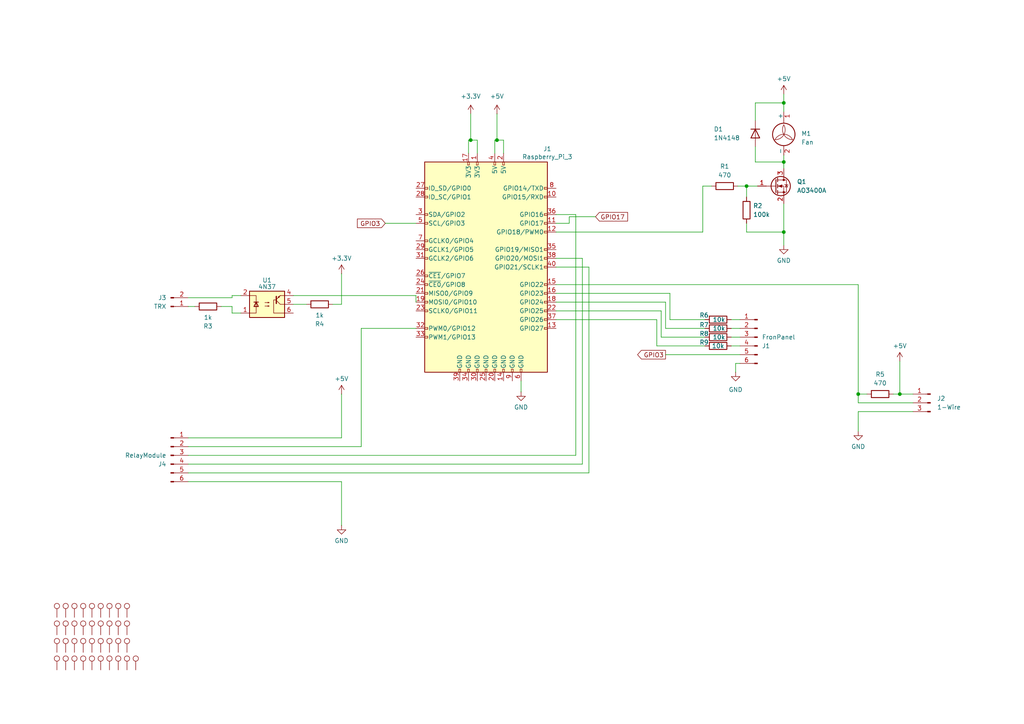
<source format=kicad_sch>
(kicad_sch (version 20231120) (generator "eeschema") (generator_version "8.0")
  (paper "A4")
  (lib_symbols
    (symbol "Connector:Conn_01x02_Pin" (pin_names (offset 1.016) hide)
      (property "Reference" "J" (at 0 2.54 0))
      (property "Value" "Conn_01x02_Pin" (at 0 -5.08 0))
      (symbol "Conn_01x02_Pin_1_1"
        (polyline (pts (xy 1.27 -2.54) (xy 0.8636 -2.54)) (stroke (width 0.1524)))
        (polyline (pts (xy 1.27 0) (xy 0.8636 0)) (stroke (width 0.1524)))
        (rectangle (start 0.8636 -2.413) (end 0 -2.667) (stroke (width 0.1524)) (fill (type outline)))
        (rectangle (start 0.8636 0.127) (end 0 -0.127) (stroke (width 0.1524)) (fill (type outline)))
        (pin passive line (at 5.08 0 180) (length 3.81) (name "Pin_1") (number "1"))
        (pin passive line (at 5.08 -2.54 180) (length 3.81) (name "Pin_2") (number "2"))
      )
    )
    (symbol "Connector:Conn_01x03_Pin" (pin_names (offset 1.016) hide)
      (property "Reference" "J" (at 0 5.08 0))
      (property "Value" "Conn_01x03_Pin" (at 0 -5.08 0))
      (symbol "Conn_01x03_Pin_1_1"
        (polyline (pts (xy 1.27 -2.54) (xy 0.8636 -2.54)) (stroke (width 0.1524)))
        (polyline (pts (xy 1.27 0) (xy 0.8636 0)) (stroke (width 0.1524)))
        (polyline (pts (xy 1.27 2.54) (xy 0.8636 2.54)) (stroke (width 0.1524)))
        (rectangle (start 0.8636 -2.413) (end 0 -2.667) (stroke (width 0.1524)) (fill (type outline)))
        (rectangle (start 0.8636 0.127) (end 0 -0.127) (stroke (width 0.1524)) (fill (type outline)))
        (rectangle (start 0.8636 2.667) (end 0 2.413) (stroke (width 0.1524)) (fill (type outline)))
        (pin passive line (at 5.08 2.54 180) (length 3.81) (name "Pin_1") (number "1"))
        (pin passive line (at 5.08 0 180) (length 3.81) (name "Pin_2") (number "2"))
        (pin passive line (at 5.08 -2.54 180) (length 3.81) (name "Pin_3") (number "3"))
      )
    )
    (symbol "Connector:Conn_01x06_Pin" (pin_names (offset 1.016) hide)
      (property "Reference" "J" (at 0 7.62 0))
      (property "Value" "Conn_01x06_Pin" (at 0 -10.16 0))
      (symbol "Conn_01x06_Pin_1_1"
        (polyline (pts (xy 1.27 -7.62) (xy 0.8636 -7.62)) (stroke (width 0.1524)))
        (polyline (pts (xy 1.27 -5.08) (xy 0.8636 -5.08)) (stroke (width 0.1524)))
        (polyline (pts (xy 1.27 -2.54) (xy 0.8636 -2.54)) (stroke (width 0.1524)))
        (polyline (pts (xy 1.27 0) (xy 0.8636 0)) (stroke (width 0.1524)))
        (polyline (pts (xy 1.27 2.54) (xy 0.8636 2.54)) (stroke (width 0.1524)))
        (polyline (pts (xy 1.27 5.08) (xy 0.8636 5.08)) (stroke (width 0.1524)))
        (rectangle (start 0.8636 -7.493) (end 0 -7.747) (stroke (width 0.1524)) (fill (type outline)))
        (rectangle (start 0.8636 -4.953) (end 0 -5.207) (stroke (width 0.1524)) (fill (type outline)))
        (rectangle (start 0.8636 -2.413) (end 0 -2.667) (stroke (width 0.1524)) (fill (type outline)))
        (rectangle (start 0.8636 0.127) (end 0 -0.127) (stroke (width 0.1524)) (fill (type outline)))
        (rectangle (start 0.8636 2.667) (end 0 2.413) (stroke (width 0.1524)) (fill (type outline)))
        (rectangle (start 0.8636 5.207) (end 0 4.953) (stroke (width 0.1524)) (fill (type outline)))
        (pin passive line (at 5.08 5.08 180) (length 3.81) (name "Pin_1") (number "1"))
        (pin passive line (at 5.08 2.54 180) (length 3.81) (name "Pin_2") (number "2"))
        (pin passive line (at 5.08 0 180) (length 3.81) (name "Pin_3") (number "3"))
        (pin passive line (at 5.08 -2.54 180) (length 3.81) (name "Pin_4") (number "4"))
        (pin passive line (at 5.08 -5.08 180) (length 3.81) (name "Pin_5") (number "5"))
        (pin passive line (at 5.08 -7.62 180) (length 3.81) (name "Pin_6") (number "6"))
      )
    )
    (symbol "Connector:TestPoint" (pin_numbers hide) (pin_names (offset 0.762) hide)
      (property "Reference" "TP" (at 0 6.858 0))
      (property "Value" "TestPoint" (at 0 5.08 0))
      (symbol "TestPoint_0_1"
        (circle (center 0 3.302) (radius 0.762))
      )
      (symbol "TestPoint_1_1"
        (pin passive line (at 0 0 90) (length 2.54) (name "1") (number "1"))
      )
    )
    (symbol "Device:R" (pin_numbers hide) (pin_names (offset 0))
      (property "Reference" "R" (at 2.032 0 90))
      (property "Value" "R" (at 0 0 90))
      (symbol "R_0_1"
        (rectangle (start -1.016 -2.54) (end 1.016 2.54) (stroke (width 0.254)))
      )
      (symbol "R_1_1"
        (pin passive line (at 0 3.81 270) (length 1.27) (name "~") (number "1"))
        (pin passive line (at 0 -3.81 90) (length 1.27) (name "~") (number "2"))
      )
    )
    (symbol "Diode:1N4148W" (pin_numbers hide) (pin_names hide)
      (property "Reference" "D" (at 0 2.54 0))
      (property "Value" "1N4148W" (at 0 -2.54 0))
      (symbol "1N4148W_0_1"
        (polyline (pts (xy -1.27 1.27) (xy -1.27 -1.27)) (stroke (width 0.254)))
        (polyline (pts (xy 1.27 0) (xy -1.27 0)))
        (polyline (pts (xy 1.27 1.27) (xy 1.27 -1.27) (xy -1.27 0) (xy 1.27 1.27)) (stroke (width 0.254)))
      )
      (symbol "1N4148W_1_1"
        (pin passive line (at -3.81 0 0) (length 2.54) (name "K") (number "1"))
        (pin passive line (at 3.81 0 180) (length 2.54) (name "A") (number "2"))
      )
    )
    (symbol "Isolator:4N37" (pin_names (offset 1.016))
      (property "Reference" "U" (at -5.08 5.08 0))
      (property "Value" "4N37" (at 0 5.08 0))
      (symbol "4N37_0_1"
        (rectangle (start -5.08 3.81) (end 5.08 -3.81) (stroke (width 0.254)) (fill (type background)))
        (polyline (pts (xy -3.81 -0.635) (xy -2.54 -0.635)) (stroke (width 0.254)))
        (polyline (pts (xy 2.667 -1.397) (xy 3.81 -2.54)))
        (polyline (pts (xy 2.667 -1.143) (xy 3.81 0)))
        (polyline (pts (xy 3.81 -2.54) (xy 5.08 -2.54)))
        (polyline (pts (xy 3.81 0) (xy 5.08 0)))
        (polyline (pts (xy 2.667 -0.254) (xy 2.667 -2.286) (xy 2.667 -2.286)) (stroke (width 0.3556)))
        (polyline (pts (xy -5.08 -2.54) (xy -3.175 -2.54) (xy -3.175 2.54) (xy -5.08 2.54)))
        (polyline (pts (xy -3.175 -0.635) (xy -3.81 0.635) (xy -2.54 0.635) (xy -3.175 -0.635)) (stroke (width 0.254)))
        (polyline (pts (xy 3.683 -2.413) (xy 3.429 -1.905) (xy 3.175 -2.159) (xy 3.683 -2.413)))
        (polyline (pts (xy 5.08 2.54) (xy 1.905 2.54) (xy 1.905 -1.27) (xy 2.54 -1.27)))
        (polyline (pts (xy -0.635 -0.508) (xy 0.635 -0.508) (xy 0.254 -0.635) (xy 0.254 -0.381) (xy 0.635 -0.508)))
        (polyline (pts (xy -0.635 0.508) (xy 0.635 0.508) (xy 0.254 0.381) (xy 0.254 0.635) (xy 0.635 0.508)))
      )
      (symbol "4N37_1_1"
        (pin passive line (at -7.62 2.54 0) (length 2.54) (name "~") (number "1"))
        (pin passive line (at -7.62 -2.54 0) (length 2.54) (name "~") (number "2"))
        (pin no_connect line (at -5.08 0 0) (length 2.54) hide (name "NC") (number "3"))
        (pin passive line (at 7.62 -2.54 180) (length 2.54) (name "~") (number "4"))
        (pin passive line (at 7.62 0 180) (length 2.54) (name "~") (number "5"))
        (pin passive line (at 7.62 2.54 180) (length 2.54) (name "~") (number "6"))
      )
    )
    (symbol "Motor:Fan" (pin_names (offset 0))
      (property "Reference" "M" (at 2.54 5.08 0))
      (property "Value" "Fan" (at 2.54 -2.54 0))
      (symbol "Fan_0_1"
        (arc (start -2.54 -0.508) (mid 0.0028 0.9121) (end 0 3.81))
        (polyline (pts (xy 0 -5.08) (xy 0 -4.572)))
        (polyline (pts (xy 0 -2.2352) (xy 0 -2.6416)))
        (polyline (pts (xy 0 4.2672) (xy 0 4.6228)))
        (polyline (pts (xy 0 4.572) (xy 0 5.08)))
        (circle (center 0 1.016) (radius 3.2512) (stroke (width 0.254)))
        (arc (start 0 3.81) (mid 0.053 0.921) (end 2.54 -0.508))
        (arc (start 2.54 -0.508) (mid 0 1.0618) (end -2.54 -0.508))
      )
      (symbol "Fan_1_1"
        (pin passive line (at 0 7.62 270) (length 2.54) (name "+") (number "1"))
        (pin passive line (at 0 -5.08 90) (length 2.54) (name "-") (number "2"))
      )
    )
    (symbol "Transistor_FET:AO3400A" (pin_names hide)
      (property "Reference" "Q" (at 5.08 1.905 0))
      (property "Value" "AO3400A" (at 5.08 0 0))
      (symbol "AO3400A_0_1"
        (polyline (pts (xy 0.254 0) (xy -2.54 0)))
        (polyline (pts (xy 0.254 1.905) (xy 0.254 -1.905)) (stroke (width 0.254)))
        (polyline (pts (xy 0.762 -1.27) (xy 0.762 -2.286)) (stroke (width 0.254)))
        (polyline (pts (xy 0.762 0.508) (xy 0.762 -0.508)) (stroke (width 0.254)))
        (polyline (pts (xy 0.762 2.286) (xy 0.762 1.27)) (stroke (width 0.254)))
        (polyline (pts (xy 2.54 2.54) (xy 2.54 1.778)))
        (polyline (pts (xy 2.54 -2.54) (xy 2.54 0) (xy 0.762 0)))
        (polyline (pts (xy 0.762 -1.778) (xy 3.302 -1.778) (xy 3.302 1.778) (xy 0.762 1.778)))
        (polyline (pts (xy 1.016 0) (xy 2.032 0.381) (xy 2.032 -0.381) (xy 1.016 0)) (fill (type outline)))
        (polyline (pts (xy 2.794 0.508) (xy 2.921 0.381) (xy 3.683 0.381) (xy 3.81 0.254)))
        (polyline (pts (xy 3.302 0.381) (xy 2.921 -0.254) (xy 3.683 -0.254) (xy 3.302 0.381)))
        (circle (center 1.651 0) (radius 2.794) (stroke (width 0.254)))
        (circle (center 2.54 -1.778) (radius 0.254) (fill (type outline)))
        (circle (center 2.54 1.778) (radius 0.254) (fill (type outline)))
      )
      (symbol "AO3400A_1_1"
        (pin input line (at -5.08 0 0) (length 2.54) (name "G") (number "1"))
        (pin passive line (at 2.54 -5.08 90) (length 2.54) (name "S") (number "2"))
        (pin passive line (at 2.54 5.08 270) (length 2.54) (name "D") (number "3"))
      )
    )
    (symbol "pihat-rescue:Raspberry_Pi_2_3-Connector" (pin_names (offset 1.016))
      (property "Reference" "J" (at -17.78 31.75 0))
      (property "Value" "Connector_Raspberry_Pi_2_3" (at 10.16 -31.75 0))
      (symbol "Raspberry_Pi_2_3-Connector_0_1"
        (rectangle (start -17.78 30.48) (end 17.78 -30.48) (stroke (width 0.254)) (fill (type background)))
      )
      (symbol "Raspberry_Pi_2_3-Connector_1_1"
        (rectangle (start -16.891 -17.526) (end -17.78 -18.034))
        (rectangle (start -16.891 -14.986) (end -17.78 -15.494))
        (rectangle (start -16.891 -12.446) (end -17.78 -12.954))
        (rectangle (start -16.891 -9.906) (end -17.78 -10.414))
        (rectangle (start -16.891 -7.366) (end -17.78 -7.874))
        (rectangle (start -16.891 -4.826) (end -17.78 -5.334))
        (rectangle (start -16.891 0.254) (end -17.78 -0.254))
        (rectangle (start -16.891 2.794) (end -17.78 2.286))
        (rectangle (start -16.891 5.334) (end -17.78 4.826))
        (rectangle (start -16.891 10.414) (end -17.78 9.906))
        (rectangle (start -16.891 12.954) (end -17.78 12.446))
        (rectangle (start -16.891 15.494) (end -17.78 14.986))
        (rectangle (start -16.891 20.574) (end -17.78 20.066))
        (rectangle (start -16.891 23.114) (end -17.78 22.606))
        (rectangle (start -10.414 -29.591) (end -9.906 -30.48))
        (rectangle (start -7.874 -29.591) (end -7.366 -30.48))
        (rectangle (start -5.334 -29.591) (end -4.826 -30.48))
        (rectangle (start -5.334 30.48) (end -4.826 29.591))
        (rectangle (start -2.794 -29.591) (end -2.286 -30.48))
        (rectangle (start -2.794 30.48) (end -2.286 29.591))
        (rectangle (start -0.254 -29.591) (end 0.254 -30.48))
        (rectangle (start 2.286 -29.591) (end 2.794 -30.48))
        (rectangle (start 2.286 30.48) (end 2.794 29.591))
        (rectangle (start 4.826 -29.591) (end 5.334 -30.48))
        (rectangle (start 4.826 30.48) (end 5.334 29.591))
        (rectangle (start 7.366 -29.591) (end 7.874 -30.48))
        (rectangle (start 17.78 -20.066) (end 16.891 -20.574))
        (rectangle (start 17.78 -17.526) (end 16.891 -18.034))
        (rectangle (start 17.78 -12.446) (end 16.891 -12.954))
        (rectangle (start 17.78 -9.906) (end 16.891 -10.414))
        (rectangle (start 17.78 -7.366) (end 16.891 -7.874))
        (rectangle (start 17.78 -4.826) (end 16.891 -5.334))
        (rectangle (start 17.78 -2.286) (end 16.891 -2.794))
        (rectangle (start 17.78 2.794) (end 16.891 2.286))
        (rectangle (start 17.78 5.334) (end 16.891 4.826))
        (rectangle (start 17.78 7.874) (end 16.891 7.366))
        (rectangle (start 17.78 12.954) (end 16.891 12.446))
        (rectangle (start 17.78 15.494) (end 16.891 14.986))
        (rectangle (start 17.78 20.574) (end 16.891 20.066))
        (rectangle (start 17.78 23.114) (end 16.891 22.606))
        (pin power_in line (at 2.54 33.02 270) (length 2.54) (name "3V3") (number "1"))
        (pin bidirectional line (at -20.32 20.32 0) (length 2.54) (name "GPIO15/RXD") (number "10"))
        (pin bidirectional line (at -20.32 12.7 0) (length 2.54) (name "GPIO17") (number "11"))
        (pin bidirectional line (at -20.32 10.16 0) (length 2.54) (name "GPIO18/PWM0") (number "12"))
        (pin bidirectional line (at -20.32 -17.78 0) (length 2.54) (name "GPIO27") (number "13"))
        (pin power_in line (at -5.08 -33.02 90) (length 2.54) (name "GND") (number "14"))
        (pin bidirectional line (at -20.32 -5.08 0) (length 2.54) (name "GPIO22") (number "15"))
        (pin bidirectional line (at -20.32 -7.62 0) (length 2.54) (name "GPIO23") (number "16"))
        (pin power_in line (at 5.08 33.02 270) (length 2.54) (name "3V3") (number "17"))
        (pin bidirectional line (at -20.32 -10.16 0) (length 2.54) (name "GPIO24") (number "18"))
        (pin bidirectional line (at 20.32 -10.16 180) (length 2.54) (name "MOSI0/GPIO10") (number "19"))
        (pin power_in line (at -5.08 33.02 270) (length 2.54) (name "5V") (number "2"))
        (pin power_in line (at -2.54 -33.02 90) (length 2.54) (name "GND") (number "20"))
        (pin bidirectional line (at 20.32 -7.62 180) (length 2.54) (name "MISO0/GPIO9") (number "21"))
        (pin bidirectional line (at -20.32 -12.7 0) (length 2.54) (name "GPIO25") (number "22"))
        (pin bidirectional line (at 20.32 -12.7 180) (length 2.54) (name "SCLK0/GPIO11") (number "23"))
        (pin bidirectional line (at 20.32 -5.08 180) (length 2.54) (name "~{CE0}/GPIO8") (number "24"))
        (pin power_in line (at 0 -33.02 90) (length 2.54) (name "GND") (number "25"))
        (pin bidirectional line (at 20.32 -2.54 180) (length 2.54) (name "~{CE1}/GPIO7") (number "26"))
        (pin bidirectional line (at 20.32 22.86 180) (length 2.54) (name "ID_SD/GPIO0") (number "27"))
        (pin bidirectional line (at 20.32 20.32 180) (length 2.54) (name "ID_SC/GPIO1") (number "28"))
        (pin bidirectional line (at 20.32 5.08 180) (length 2.54) (name "GCLK1/GPIO5") (number "29"))
        (pin bidirectional line (at 20.32 15.24 180) (length 2.54) (name "SDA/GPIO2") (number "3"))
        (pin power_in line (at 2.54 -33.02 90) (length 2.54) (name "GND") (number "30"))
        (pin bidirectional line (at 20.32 2.54 180) (length 2.54) (name "GCLK2/GPIO6") (number "31"))
        (pin bidirectional line (at 20.32 -17.78 180) (length 2.54) (name "PWM0/GPIO12") (number "32"))
        (pin bidirectional line (at 20.32 -20.32 180) (length 2.54) (name "PWM1/GPIO13") (number "33"))
        (pin power_in line (at 5.08 -33.02 90) (length 2.54) (name "GND") (number "34"))
        (pin bidirectional line (at -20.32 5.08 0) (length 2.54) (name "GPIO19/MISO1") (number "35"))
        (pin bidirectional line (at -20.32 15.24 0) (length 2.54) (name "GPIO16") (number "36"))
        (pin bidirectional line (at -20.32 -15.24 0) (length 2.54) (name "GPIO26") (number "37"))
        (pin bidirectional line (at -20.32 2.54 0) (length 2.54) (name "GPIO20/MOSI1") (number "38"))
        (pin power_in line (at 7.62 -33.02 90) (length 2.54) (name "GND") (number "39"))
        (pin power_in line (at -2.54 33.02 270) (length 2.54) (name "5V") (number "4"))
        (pin bidirectional line (at -20.32 0 0) (length 2.54) (name "GPIO21/SCLK1") (number "40"))
        (pin bidirectional line (at 20.32 12.7 180) (length 2.54) (name "SCL/GPIO3") (number "5"))
        (pin power_in line (at -10.16 -33.02 90) (length 2.54) (name "GND") (number "6"))
        (pin bidirectional line (at 20.32 7.62 180) (length 2.54) (name "GCLK0/GPIO4") (number "7"))
        (pin bidirectional line (at -20.32 22.86 0) (length 2.54) (name "GPIO14/TXD") (number "8"))
        (pin power_in line (at -7.62 -33.02 90) (length 2.54) (name "GND") (number "9"))
      )
    )
    (symbol "power:+3.3V" (power) (pin_numbers hide) (pin_names (offset 0) hide)
      (property "Value" "+3.3V" (at 0 3.556 0))
      (symbol "+3.3V_0_1"
        (polyline (pts (xy -0.762 1.27) (xy 0 2.54)))
        (polyline (pts (xy 0 0) (xy 0 2.54)))
        (polyline (pts (xy 0 2.54) (xy 0.762 1.27)))
      )
      (symbol "+3.3V_1_1"
        (pin power_in line (at 0 0 90) (length 0) (name "~") (number "1"))
      )
    )
    (symbol "power:+5V" (power) (pin_numbers hide) (pin_names (offset 0) hide)
      (property "Value" "+5V" (at 0 3.556 0))
      (symbol "+5V_0_1"
        (polyline (pts (xy -0.762 1.27) (xy 0 2.54)))
        (polyline (pts (xy 0 0) (xy 0 2.54)))
        (polyline (pts (xy 0 2.54) (xy 0.762 1.27)))
      )
      (symbol "+5V_1_1"
        (pin power_in line (at 0 0 90) (length 0) (name "~") (number "1"))
      )
    )
    (symbol "power:GND" (power) (pin_numbers hide) (pin_names (offset 0) hide)
      (property "Value" "GND" (at 0 -3.81 0))
      (symbol "GND_0_1"
        (polyline (pts (xy 0 0) (xy 0 -1.27) (xy 1.27 -1.27) (xy 0 -2.54) (xy -1.27 -1.27) (xy 0 -1.27)))
      )
      (symbol "GND_1_1"
        (pin power_in line (at 0 0 270) (length 0) (name "~") (number "1"))
      )
    )
  )
  (junction (at 248.92 114.3))
  (junction (at 260.985 114.3))
  (junction (at 227.33 29.845))
  (junction (at 227.33 67.31))
  (junction (at 227.33 46.99))
  (junction (at 144.145 40.64))
  (junction (at 136.525 40.64))
  (junction (at 216.535 53.975))
  (wire (pts (xy 111.76 64.77) (xy 120.65 64.77)))
  (wire (pts (xy 168.91 74.93) (xy 161.29 74.93)))
  (wire (pts (xy 213.36 105.41) (xy 213.36 107.95)))
  (wire (pts (xy 135.89 40.64) (xy 136.525 40.64)))
  (wire (pts (xy 227.33 59.055) (xy 227.33 67.31)))
  (wire (pts (xy 213.995 53.975) (xy 216.535 53.975)))
  (wire (pts (xy 212.09 100.33) (xy 214.63 100.33)))
  (wire (pts (xy 216.535 57.15) (xy 216.535 53.975)))
  (wire (pts (xy 161.29 92.71) (xy 190.5 92.71)))
  (wire (pts (xy 54.61 137.16) (xy 170.815 137.16)))
  (wire (pts (xy 54.61 134.62) (xy 168.91 134.62)))
  (wire (pts (xy 227.33 27.305) (xy 227.33 29.845)))
  (wire (pts (xy 67.31 85.725) (xy 67.31 86.36)))
  (wire (pts (xy 161.29 62.23) (xy 167.005 62.23)))
  (wire (pts (xy 99.06 88.265) (xy 99.06 79.375)))
  (wire (pts (xy 161.29 82.55) (xy 248.92 82.55)))
  (wire (pts (xy 191.77 90.17) (xy 191.77 97.79)))
  (wire (pts (xy 216.535 67.31) (xy 227.33 67.31)))
  (wire (pts (xy 144.145 40.64) (xy 146.05 40.64)))
  (wire (pts (xy 248.92 114.3) (xy 251.46 114.3)))
  (wire (pts (xy 168.91 134.62) (xy 168.91 74.93)))
  (wire (pts (xy 161.29 90.17) (xy 191.77 90.17)))
  (wire (pts (xy 136.525 33.02) (xy 136.525 40.64)))
  (wire (pts (xy 248.92 116.84) (xy 264.795 116.84)))
  (wire (pts (xy 69.85 85.725) (xy 67.31 85.725)))
  (wire (pts (xy 219.075 29.845) (xy 219.075 34.925)))
  (wire (pts (xy 248.92 114.3) (xy 248.92 116.84)))
  (wire (pts (xy 212.09 97.79) (xy 214.63 97.79)))
  (wire (pts (xy 120.65 87.63) (xy 120.65 85.725)))
  (wire (pts (xy 227.33 45.085) (xy 227.33 46.99)))
  (wire (pts (xy 212.09 92.71) (xy 214.63 92.71)))
  (wire (pts (xy 99.06 114.3) (xy 99.06 127)))
  (wire (pts (xy 144.145 33.02) (xy 144.145 40.64)))
  (wire (pts (xy 161.29 87.63) (xy 193.04 87.63)))
  (wire (pts (xy 161.29 85.09) (xy 194.31 85.09)))
  (wire (pts (xy 54.61 129.54) (xy 104.775 129.54)))
  (wire (pts (xy 216.535 53.975) (xy 219.71 53.975)))
  (wire (pts (xy 248.92 119.38) (xy 248.92 125.095)))
  (wire (pts (xy 143.51 40.64) (xy 143.51 44.45)))
  (wire (pts (xy 203.835 53.975) (xy 206.375 53.975)))
  (wire (pts (xy 227.33 46.99) (xy 227.33 48.895)))
  (wire (pts (xy 193.04 95.25) (xy 204.47 95.25)))
  (wire (pts (xy 104.775 95.25) (xy 104.775 129.54)))
  (wire (pts (xy 96.52 88.265) (xy 99.06 88.265)))
  (wire (pts (xy 194.31 92.71) (xy 204.47 92.71)))
  (wire (pts (xy 120.65 95.25) (xy 104.775 95.25)))
  (wire (pts (xy 54.61 139.7) (xy 99.06 139.7)))
  (wire (pts (xy 227.33 29.845) (xy 227.33 32.385)))
  (wire (pts (xy 136.525 40.64) (xy 138.43 40.64)))
  (wire (pts (xy 259.08 114.3) (xy 260.985 114.3)))
  (wire (pts (xy 138.43 40.64) (xy 138.43 44.45)))
  (wire (pts (xy 260.985 114.3) (xy 260.985 104.775)))
  (wire (pts (xy 54.61 132.08) (xy 167.005 132.08)))
  (wire (pts (xy 67.31 90.805) (xy 69.85 90.805)))
  (wire (pts (xy 227.33 29.845) (xy 219.075 29.845)))
  (wire (pts (xy 212.09 95.25) (xy 214.63 95.25)))
  (wire (pts (xy 190.5 92.71) (xy 190.5 100.33)))
  (wire (pts (xy 191.77 97.79) (xy 204.47 97.79)))
  (wire (pts (xy 193.04 102.87) (xy 214.63 102.87)))
  (wire (pts (xy 203.835 67.31) (xy 161.29 67.31)))
  (wire (pts (xy 264.795 119.38) (xy 248.92 119.38)))
  (wire (pts (xy 135.89 40.64) (xy 135.89 44.45)))
  (wire (pts (xy 151.13 110.49) (xy 151.13 113.665)))
  (wire (pts (xy 120.65 85.725) (xy 85.09 85.725)))
  (wire (pts (xy 161.29 64.77) (xy 165.1 64.77)))
  (wire (pts (xy 161.29 77.47) (xy 170.815 77.47)))
  (wire (pts (xy 214.63 105.41) (xy 213.36 105.41)))
  (wire (pts (xy 143.51 40.64) (xy 144.145 40.64)))
  (wire (pts (xy 264.795 114.3) (xy 260.985 114.3)))
  (wire (pts (xy 54.61 127) (xy 99.06 127)))
  (wire (pts (xy 248.92 82.55) (xy 248.92 114.3)))
  (wire (pts (xy 203.835 53.975) (xy 203.835 67.31)))
  (wire (pts (xy 227.33 67.31) (xy 227.33 71.12)))
  (wire (pts (xy 170.815 77.47) (xy 170.815 137.16)))
  (wire (pts (xy 190.5 100.33) (xy 204.47 100.33)))
  (wire (pts (xy 193.04 87.63) (xy 193.04 95.25)))
  (wire (pts (xy 194.31 85.09) (xy 194.31 92.71)))
  (wire (pts (xy 216.535 64.77) (xy 216.535 67.31)))
  (wire (pts (xy 64.135 88.9) (xy 67.31 88.9)))
  (wire (pts (xy 167.005 62.23) (xy 167.005 132.08)))
  (wire (pts (xy 227.33 46.99) (xy 219.075 46.99)))
  (wire (pts (xy 99.06 139.7) (xy 99.06 152.4)))
  (wire (pts (xy 219.075 46.99) (xy 219.075 42.545)))
  (wire (pts (xy 146.05 40.64) (xy 146.05 44.45)))
  (wire (pts (xy 54.61 86.36) (xy 67.31 86.36)))
  (wire (pts (xy 67.31 88.9) (xy 67.31 90.805)))
  (wire (pts (xy 85.09 88.265) (xy 88.9 88.265)))
  (wire (pts (xy 165.1 62.865) (xy 172.72 62.865)))
  (wire (pts (xy 165.1 64.77) (xy 165.1 62.865)))
  (wire (pts (xy 54.61 88.9) (xy 56.515 88.9)))
  (global_label "GPIO3" (shape input) (at 111.76 64.77 180) (property "Intersheetrefs" "${INTERSHEET_REFS}" (effects (hide yes))))
  (global_label "GPIO17" (shape input) (at 172.72 62.865 0) (property "Intersheetrefs" "${INTERSHEET_REFS}" (effects (hide yes))))
  (global_label "GPIO3" (shape output) (at 193.04 102.87 180) (property "Intersheetrefs" "${INTERSHEET_REFS}" (effects (hide yes))))
  (symbol (lib_id "pihat-rescue:Raspberry_Pi_2_3-Connector") (at 140.97 77.47 0) (mirror y) (unit 1)
    (property "Reference" "J1" (at 158.75 43.18 0))
    (property "Value" "Raspberry_Pi_3" (at 158.75 45.4914 0))
    (property "Footprint" "pihat:ESQ-120-14-T-D" (effects (hide yes)))
    (property "Datasheet" "https://www.raspberrypi.org/documentation/hardware/raspberrypi/schematics/rpi_SCH_3bplus_1p0_reduced.pdf" (effects (hide yes)))
  )
  (symbol (lib_id "Connector:TestPoint") (at 36.83 179.07 0) (unit 1)
    (property "Reference" "TP33" (effects (hide yes)))
    (property "Value" "TestPoint" (effects (hide yes)))
    (property "Footprint" "TestPoint:TestPoint_THTPad_D2.0mm_Drill1.0mm" (effects (hide yes)))
    (property "Description" "test point" (effects (hide yes)))
  )
  (symbol (lib_id "Connector:TestPoint") (at 39.37 194.31 0) (unit 1)
    (property "Reference" "TP18" (effects (hide yes)))
    (property "Value" "TestPoint" (effects (hide yes)))
    (property "Footprint" "TestPoint:TestPoint_THTPad_D2.0mm_Drill1.0mm" (effects (hide yes)))
    (property "Description" "test point" (effects (hide yes)))
  )
  (symbol (lib_id "Device:R") (at 208.28 97.79 270) (mirror x) (unit 1)
    (property "Reference" "R8" (at 204.216 96.774 90))
    (property "Value" "10k" (at 208.534 97.79 90))
    (property "Footprint" "Resistor_SMD:R_0805_2012Metric_Pad1.20x1.40mm_HandSolder" (effects (hide yes)))
    (property "Description" "Resistor" (effects (hide yes)))
  )
  (symbol (lib_id "Connector:TestPoint") (at 31.75 179.07 0) (unit 1)
    (property "Reference" "TP31" (effects (hide yes)))
    (property "Value" "TestPoint" (effects (hide yes)))
    (property "Footprint" "TestPoint:TestPoint_THTPad_D2.0mm_Drill1.0mm" (effects (hide yes)))
    (property "Description" "test point" (effects (hide yes)))
  )
  (symbol (lib_id "Connector:TestPoint") (at 34.29 194.31 0) (unit 1)
    (property "Reference" "TP16" (effects (hide yes)))
    (property "Value" "TestPoint" (effects (hide yes)))
    (property "Footprint" "TestPoint:TestPoint_THTPad_D2.0mm_Drill1.0mm" (effects (hide yes)))
    (property "Description" "test point" (effects (hide yes)))
  )
  (symbol (lib_id "Connector:TestPoint") (at 21.59 189.23 0) (unit 1)
    (property "Reference" "TP13" (effects (hide yes)))
    (property "Value" "TestPoint" (effects (hide yes)))
    (property "Footprint" "TestPoint:TestPoint_THTPad_D2.0mm_Drill1.0mm" (effects (hide yes)))
    (property "Description" "test point" (effects (hide yes)))
  )
  (symbol (lib_id "Connector:Conn_01x02_Pin") (at 49.53 88.9 0) (mirror x) (unit 1)
    (property "Reference" "J3" (at 48.26 86.3599 0) (effects (justify right)))
    (property "Value" "TRX" (at 48.26 88.8999 0) (effects (justify right)))
    (property "Footprint" "Connector_PinHeader_2.54mm:PinHeader_1x02_P2.54mm_Horizontal" (effects (hide yes)))
    (property "Description" "Generic connector, single row, 01x02, script generated" (effects (hide yes)))
  )
  (symbol (lib_id "power:GND") (at 151.13 113.665 0) (unit 1)
    (property "Reference" "#PWR06" (effects (hide yes)))
    (property "Value" "GND" (at 151.13 118.11 0))
    (property "Description" "Power symbol creates a global label with name \"GND\" , ground" (effects (hide yes)))
  )
  (symbol (lib_id "Connector:TestPoint") (at 16.51 189.23 0) (unit 1)
    (property "Reference" "TP36" (effects (hide yes)))
    (property "Value" "TestPoint" (effects (hide yes)))
    (property "Footprint" "TestPoint:TestPoint_THTPad_D2.0mm_Drill1.0mm" (effects (hide yes)))
    (property "Description" "test point" (effects (hide yes)))
  )
  (symbol (lib_id "Connector:TestPoint") (at 24.13 194.31 0) (unit 1)
    (property "Reference" "TP24" (effects (hide yes)))
    (property "Value" "TestPoint" (effects (hide yes)))
    (property "Footprint" "TestPoint:TestPoint_THTPad_D2.0mm_Drill1.0mm" (effects (hide yes)))
    (property "Description" "test point" (effects (hide yes)))
  )
  (symbol (lib_id "power:+5V") (at 260.985 104.775 0) (unit 1)
    (property "Reference" "#PWR08" (effects (hide yes)))
    (property "Value" "+5V" (at 260.985 100.33 0))
    (property "Description" "Power symbol creates a global label with name \"+5V\"" (effects (hide yes)))
  )
  (symbol (lib_id "Connector:TestPoint") (at 36.83 189.23 0) (unit 1)
    (property "Reference" "TP20" (effects (hide yes)))
    (property "Value" "TestPoint" (effects (hide yes)))
    (property "Footprint" "TestPoint:TestPoint_THTPad_D2.0mm_Drill1.0mm" (effects (hide yes)))
    (property "Description" "test point" (effects (hide yes)))
  )
  (symbol (lib_id "Device:R") (at 92.71 88.265 90) (mirror x) (unit 1)
    (property "Reference" "R4" (at 92.71 93.98 90))
    (property "Value" "1k" (at 92.71 91.44 90))
    (property "Footprint" "Resistor_SMD:R_0805_2012Metric_Pad1.20x1.40mm_HandSolder" (effects (hide yes)))
    (property "Description" "Resistor" (effects (hide yes)))
  )
  (symbol (lib_id "Device:R") (at 216.535 60.96 0) (unit 1)
    (property "Reference" "R2" (at 218.44 59.6899 0) (effects (justify left)))
    (property "Value" "100k" (at 218.44 62.2299 0) (effects (justify left)))
    (property "Footprint" "Resistor_SMD:R_0805_2012Metric_Pad1.20x1.40mm_HandSolder" (effects (hide yes)))
    (property "Description" "Resistor" (effects (hide yes)))
  )
  (symbol (lib_id "Connector:TestPoint") (at 21.59 194.31 0) (unit 1)
    (property "Reference" "TP23" (effects (hide yes)))
    (property "Value" "TestPoint" (effects (hide yes)))
    (property "Footprint" "TestPoint:TestPoint_THTPad_D2.0mm_Drill1.0mm" (effects (hide yes)))
    (property "Description" "test point" (effects (hide yes)))
  )
  (symbol (lib_id "power:GND") (at 248.92 125.095 0) (unit 1)
    (property "Reference" "#PWR07" (effects (hide yes)))
    (property "Value" "GND" (at 248.92 129.54 0))
    (property "Description" "Power symbol creates a global label with name \"GND\" , ground" (effects (hide yes)))
  )
  (symbol (lib_id "Connector:Conn_01x06_Pin") (at 219.71 97.79 0) (mirror y) (unit 1)
    (property "Reference" "J1" (at 220.98 100.3301 0) (effects (justify right)))
    (property "Value" "FronPanel" (at 220.98 97.7901 0) (effects (justify right)))
    (property "Footprint" "Connector_PinHeader_2.54mm:PinHeader_1x06_P2.54mm_Horizontal" (effects (hide yes)))
    (property "Description" "Generic connector, single row, 01x06, script generated" (effects (hide yes)))
  )
  (symbol (lib_id "power:+3.3V") (at 136.525 33.02 0) (unit 1)
    (property "Reference" "#PWR04" (effects (hide yes)))
    (property "Value" "+3.3V" (at 136.525 27.94 0))
    (property "Description" "Power symbol creates a global label with name \"+3.3V\"" (effects (hide yes)))
  )
  (symbol (lib_id "Motor:Fan") (at 227.33 40.005 0) (unit 1)
    (property "Reference" "M1" (at 232.41 38.7349 0) (effects (justify left)))
    (property "Value" "Fan" (at 232.41 41.2749 0) (effects (justify left)))
    (property "Footprint" "Connector_PinHeader_2.54mm:PinHeader_1x02_P2.54mm_Horizontal" (effects (hide yes)))
    (property "Description" "Fan" (effects (hide yes)))
  )
  (symbol (lib_id "Device:R") (at 60.325 88.9 90) (mirror x) (unit 1)
    (property "Reference" "R3" (at 60.325 94.615 90))
    (property "Value" "1k" (at 60.325 92.075 90))
    (property "Footprint" "Resistor_SMD:R_0805_2012Metric_Pad1.20x1.40mm_HandSolder" (effects (hide yes)))
    (property "Description" "Resistor" (effects (hide yes)))
  )
  (symbol (lib_id "Connector:TestPoint") (at 16.51 184.15 0) (unit 1)
    (property "Reference" "TP6" (effects (hide yes)))
    (property "Value" "TestPoint" (effects (hide yes)))
    (property "Footprint" "TestPoint:TestPoint_THTPad_D2.0mm_Drill1.0mm" (effects (hide yes)))
    (property "Description" "test point" (effects (hide yes)))
  )
  (symbol (lib_id "Connector:TestPoint") (at 26.67 189.23 0) (unit 1)
    (property "Reference" "TP37" (effects (hide yes)))
    (property "Value" "TestPoint" (effects (hide yes)))
    (property "Footprint" "TestPoint:TestPoint_THTPad_D2.0mm_Drill1.0mm" (effects (hide yes)))
    (property "Description" "test point" (effects (hide yes)))
  )
  (symbol (lib_id "Connector:TestPoint") (at 29.21 179.07 0) (unit 1)
    (property "Reference" "TP26" (effects (hide yes)))
    (property "Value" "TestPoint" (effects (hide yes)))
    (property "Footprint" "TestPoint:TestPoint_THTPad_D2.0mm_Drill1.0mm" (effects (hide yes)))
    (property "Description" "test point" (effects (hide yes)))
  )
  (symbol (lib_id "power:+5V") (at 144.145 33.02 0) (unit 1)
    (property "Reference" "#PWR05" (effects (hide yes)))
    (property "Value" "+5V" (at 144.145 27.94 0))
    (property "Description" "Power symbol creates a global label with name \"+5V\"" (effects (hide yes)))
  )
  (symbol (lib_id "Connector:TestPoint") (at 19.05 189.23 0) (unit 1)
    (property "Reference" "TP12" (effects (hide yes)))
    (property "Value" "TestPoint" (effects (hide yes)))
    (property "Footprint" "TestPoint:TestPoint_THTPad_D2.0mm_Drill1.0mm" (effects (hide yes)))
    (property "Description" "test point" (effects (hide yes)))
  )
  (symbol (lib_id "Connector:TestPoint") (at 34.29 189.23 0) (unit 1)
    (property "Reference" "TP19" (effects (hide yes)))
    (property "Value" "TestPoint" (effects (hide yes)))
    (property "Footprint" "TestPoint:TestPoint_THTPad_D2.0mm_Drill1.0mm" (effects (hide yes)))
    (property "Description" "test point" (effects (hide yes)))
  )
  (symbol (lib_id "power:GND") (at 99.06 152.4 0) (unit 1)
    (property "Reference" "#PWR010" (effects (hide yes)))
    (property "Value" "GND" (at 99.06 156.845 0))
    (property "Description" "Power symbol creates a global label with name \"GND\" , ground" (effects (hide yes)))
  )
  (symbol (lib_id "Connector:Conn_01x03_Pin") (at 269.875 116.84 0) (mirror y) (unit 1)
    (property "Reference" "J2" (at 271.78 115.5699 0) (effects (justify right)))
    (property "Value" "1-Wire" (at 271.78 118.1099 0) (effects (justify right)))
    (property "Footprint" "Connector_PinHeader_2.54mm:PinHeader_1x03_P2.54mm_Horizontal" (effects (hide yes)))
    (property "Description" "Generic connector, single row, 01x03, script generated" (effects (hide yes)))
  )
  (symbol (lib_id "power:+3.3V") (at 99.06 79.375 0) (unit 1)
    (property "Reference" "#PWR03" (effects (hide yes)))
    (property "Value" "+3.3V" (at 99.06 74.93 0))
    (property "Description" "Power symbol creates a global label with name \"+3.3V\"" (effects (hide yes)))
  )
  (symbol (lib_id "Connector:TestPoint") (at 16.51 194.31 0) (unit 1)
    (property "Reference" "TP21" (effects (hide yes)))
    (property "Value" "TestPoint" (effects (hide yes)))
    (property "Footprint" "TestPoint:TestPoint_THTPad_D2.0mm_Drill1.0mm" (effects (hide yes)))
    (property "Description" "test point" (effects (hide yes)))
  )
  (symbol (lib_id "Connector:TestPoint") (at 36.83 194.31 0) (unit 1)
    (property "Reference" "TP17" (effects (hide yes)))
    (property "Value" "TestPoint" (effects (hide yes)))
    (property "Footprint" "TestPoint:TestPoint_THTPad_D2.0mm_Drill1.0mm" (effects (hide yes)))
    (property "Description" "test point" (effects (hide yes)))
  )
  (symbol (lib_id "Connector:TestPoint") (at 26.67 179.07 0) (unit 1)
    (property "Reference" "TP5" (effects (hide yes)))
    (property "Value" "TestPoint" (effects (hide yes)))
    (property "Footprint" "TestPoint:TestPoint_THTPad_D2.0mm_Drill1.0mm" (effects (hide yes)))
    (property "Description" "test point" (effects (hide yes)))
  )
  (symbol (lib_id "Connector:TestPoint") (at 31.75 194.31 0) (unit 1)
    (property "Reference" "TP35" (effects (hide yes)))
    (property "Value" "TestPoint" (effects (hide yes)))
    (property "Footprint" "TestPoint:TestPoint_THTPad_D2.0mm_Drill1.0mm" (effects (hide yes)))
    (property "Description" "test point" (effects (hide yes)))
  )
  (symbol (lib_id "Connector:TestPoint") (at 36.83 184.15 0) (unit 1)
    (property "Reference" "TP15" (effects (hide yes)))
    (property "Value" "TestPoint" (effects (hide yes)))
    (property "Footprint" "TestPoint:TestPoint_THTPad_D2.0mm_Drill1.0mm" (effects (hide yes)))
    (property "Description" "test point" (effects (hide yes)))
  )
  (symbol (lib_id "power:+5V") (at 99.06 114.3 0) (unit 1)
    (property "Reference" "#PWR011" (effects (hide yes)))
    (property "Value" "+5V" (at 99.06 109.855 0))
    (property "Description" "Power symbol creates a global label with name \"+5V\"" (effects (hide yes)))
  )
  (symbol (lib_id "Connector:TestPoint") (at 26.67 194.31 0) (unit 1)
    (property "Reference" "TP25" (effects (hide yes)))
    (property "Value" "TestPoint" (effects (hide yes)))
    (property "Footprint" "TestPoint:TestPoint_THTPad_D2.0mm_Drill1.0mm" (effects (hide yes)))
    (property "Description" "test point" (effects (hide yes)))
  )
  (symbol (lib_id "Diode:1N4148W") (at 219.075 38.735 90) (mirror x) (unit 1)
    (property "Reference" "D1" (at 207.01 37.465 90) (effects (justify right)))
    (property "Value" "1N4148" (at 207.01 40.005 90) (effects (justify right)))
    (property "Footprint" "Diode_SMD:D_SOD-123" (effects (hide yes)))
    (property "Datasheet" "https://www.vishay.com/docs/85748/1n4148w.pdf" (effects (hide yes)))
    (property "Description" "75V 0.15A Fast Switching Diode, SOD-123" (effects (hide yes)))
    (property "Sim.Device" "D" (effects (hide yes)))
    (property "Sim.Pins" "1=K 2=A" (effects (hide yes)))
  )
  (symbol (lib_id "power:GND") (at 227.33 71.12 0) (unit 1)
    (property "Reference" "#PWR02" (effects (hide yes)))
    (property "Value" "GND" (at 227.33 75.565 0))
    (property "Description" "Power symbol creates a global label with name \"GND\" , ground" (effects (hide yes)))
  )
  (symbol (lib_id "Connector:TestPoint") (at 24.13 184.15 0) (unit 1)
    (property "Reference" "TP9" (effects (hide yes)))
    (property "Value" "TestPoint" (effects (hide yes)))
    (property "Footprint" "TestPoint:TestPoint_THTPad_D2.0mm_Drill1.0mm" (effects (hide yes)))
    (property "Description" "test point" (effects (hide yes)))
  )
  (symbol (lib_id "Device:R") (at 208.28 92.71 270) (mirror x) (unit 1)
    (property "Reference" "R6" (at 204.216 91.44 90))
    (property "Value" "10k" (at 208.534 92.71 90))
    (property "Footprint" "Resistor_SMD:R_0805_2012Metric_Pad1.20x1.40mm_HandSolder" (effects (hide yes)))
    (property "Description" "Resistor" (effects (hide yes)))
  )
  (symbol (lib_id "power:GND") (at 213.36 107.95 0) (unit 1)
    (property "Reference" "#PWR012" (effects (hide yes)))
    (property "Value" "GND" (at 213.36 113.03 0))
    (property "Description" "Power symbol creates a global label with name \"GND\" , ground" (effects (hide yes)))
  )
  (symbol (lib_id "Connector:TestPoint") (at 24.13 189.23 0) (unit 1)
    (property "Reference" "TP14" (effects (hide yes)))
    (property "Value" "TestPoint" (effects (hide yes)))
    (property "Footprint" "TestPoint:TestPoint_THTPad_D2.0mm_Drill1.0mm" (effects (hide yes)))
    (property "Description" "test point" (effects (hide yes)))
  )
  (symbol (lib_id "Connector:TestPoint") (at 34.29 184.15 0) (unit 1)
    (property "Reference" "TP28" (effects (hide yes)))
    (property "Value" "TestPoint" (effects (hide yes)))
    (property "Footprint" "TestPoint:TestPoint_THTPad_D2.0mm_Drill1.0mm" (effects (hide yes)))
    (property "Description" "test point" (effects (hide yes)))
  )
  (symbol (lib_id "Isolator:4N37") (at 77.47 88.265 0) (mirror x) (unit 1)
    (property "Reference" "U1" (at 77.47 81.28 0))
    (property "Value" "4N37" (at 77.47 83.185 0))
    (property "Footprint" "Package_DIP:DIP-6_W7.62mm" (effects (hide yes)))
    (property "Datasheet" "https://www.vishay.com/docs/81181/4n35.pdf" (effects (hide yes)))
    (property "Description" "Optocoupler, Phototransistor Output, with Base Connection, Vce 70V, CTR 100%, Viso 5000V, DIP6" (effects (hide yes)))
  )
  (symbol (lib_id "Connector:TestPoint") (at 19.05 184.15 0) (unit 1)
    (property "Reference" "TP7" (effects (hide yes)))
    (property "Value" "TestPoint" (effects (hide yes)))
    (property "Footprint" "TestPoint:TestPoint_THTPad_D2.0mm_Drill1.0mm" (effects (hide yes)))
    (property "Description" "test point" (effects (hide yes)))
  )
  (symbol (lib_id "Connector:TestPoint") (at 16.51 179.07 0) (unit 1)
    (property "Reference" "TP1" (effects (hide yes)))
    (property "Value" "TestPoint" (effects (hide yes)))
    (property "Footprint" "TestPoint:TestPoint_THTPad_D2.0mm_Drill1.0mm" (effects (hide yes)))
    (property "Description" "test point" (effects (hide yes)))
  )
  (symbol (lib_id "Connector:TestPoint") (at 34.29 179.07 0) (unit 1)
    (property "Reference" "TP11" (effects (hide yes)))
    (property "Value" "TestPoint" (effects (hide yes)))
    (property "Footprint" "TestPoint:TestPoint_THTPad_D2.0mm_Drill1.0mm" (effects (hide yes)))
    (property "Description" "test point" (effects (hide yes)))
  )
  (symbol (lib_id "Device:R") (at 208.28 100.33 270) (mirror x) (unit 1)
    (property "Reference" "R9" (at 204.216 99.314 90))
    (property "Value" "10k" (at 208.28 100.33 90))
    (property "Footprint" "Resistor_SMD:R_0805_2012Metric_Pad1.20x1.40mm_HandSolder" (effects (hide yes)))
    (property "Description" "Resistor" (effects (hide yes)))
  )
  (symbol (lib_id "Connector:TestPoint") (at 31.75 189.23 0) (unit 1)
    (property "Reference" "TP34" (effects (hide yes)))
    (property "Value" "TestPoint" (effects (hide yes)))
    (property "Footprint" "TestPoint:TestPoint_THTPad_D2.0mm_Drill1.0mm" (effects (hide yes)))
    (property "Description" "test point" (effects (hide yes)))
  )
  (symbol (lib_id "Connector:TestPoint") (at 21.59 184.15 0) (unit 1)
    (property "Reference" "TP8" (effects (hide yes)))
    (property "Value" "TestPoint" (effects (hide yes)))
    (property "Footprint" "TestPoint:TestPoint_THTPad_D2.0mm_Drill1.0mm" (effects (hide yes)))
    (property "Description" "test point" (effects (hide yes)))
  )
  (symbol (lib_id "Connector:TestPoint") (at 19.05 194.31 0) (unit 1)
    (property "Reference" "TP22" (effects (hide yes)))
    (property "Value" "TestPoint" (effects (hide yes)))
    (property "Footprint" "TestPoint:TestPoint_THTPad_D2.0mm_Drill1.0mm" (effects (hide yes)))
    (property "Description" "test point" (effects (hide yes)))
  )
  (symbol (lib_id "Device:R") (at 210.185 53.975 90) (unit 1)
    (property "Reference" "R1" (at 210.185 48.26 90))
    (property "Value" "470" (at 210.185 50.8 90))
    (property "Footprint" "Resistor_SMD:R_0805_2012Metric_Pad1.20x1.40mm_HandSolder" (effects (hide yes)))
    (property "Description" "Resistor" (effects (hide yes)))
  )
  (symbol (lib_id "Connector:TestPoint") (at 29.21 194.31 0) (unit 1)
    (property "Reference" "TP30" (effects (hide yes)))
    (property "Value" "TestPoint" (effects (hide yes)))
    (property "Footprint" "TestPoint:TestPoint_THTPad_D2.0mm_Drill1.0mm" (effects (hide yes)))
    (property "Description" "test point" (effects (hide yes)))
  )
  (symbol (lib_id "Connector:TestPoint") (at 19.05 179.07 0) (unit 1)
    (property "Reference" "TP2" (effects (hide yes)))
    (property "Value" "TestPoint" (effects (hide yes)))
    (property "Footprint" "TestPoint:TestPoint_THTPad_D2.0mm_Drill1.0mm" (effects (hide yes)))
    (property "Description" "test point" (effects (hide yes)))
  )
  (symbol (lib_id "Connector:TestPoint") (at 24.13 179.07 0) (unit 1)
    (property "Reference" "TP4" (effects (hide yes)))
    (property "Value" "TestPoint" (effects (hide yes)))
    (property "Footprint" "TestPoint:TestPoint_THTPad_D2.0mm_Drill1.0mm" (effects (hide yes)))
    (property "Description" "test point" (effects (hide yes)))
  )
  (symbol (lib_id "Device:R") (at 255.27 114.3 270) (unit 1)
    (property "Reference" "R5" (at 255.27 108.585 90))
    (property "Value" "470" (at 255.27 111.125 90))
    (property "Footprint" "Resistor_SMD:R_0805_2012Metric_Pad1.20x1.40mm_HandSolder" (effects (hide yes)))
    (property "Description" "Resistor" (effects (hide yes)))
  )
  (symbol (lib_id "Connector:TestPoint") (at 26.67 184.15 0) (unit 1)
    (property "Reference" "TP10" (effects (hide yes)))
    (property "Value" "TestPoint" (effects (hide yes)))
    (property "Footprint" "TestPoint:TestPoint_THTPad_D2.0mm_Drill1.0mm" (effects (hide yes)))
    (property "Description" "test point" (effects (hide yes)))
  )
  (symbol (lib_id "Connector:Conn_01x06_Pin") (at 49.53 132.08 0) (unit 1)
    (property "Reference" "J4" (at 48.26 134.6201 0) (effects (justify right)))
    (property "Value" "RelayModule" (at 48.26 132.0801 0) (effects (justify right)))
    (property "Footprint" "Connector_PinHeader_2.54mm:PinHeader_1x06_P2.54mm_Horizontal" (effects (hide yes)))
    (property "Description" "Generic connector, single row, 01x06, script generated" (effects (hide yes)))
  )
  (symbol (lib_id "Transistor_FET:AO3400A") (at 224.79 53.975 0) (unit 1)
    (property "Reference" "Q1" (at 231.14 52.7049 0) (effects (justify left)))
    (property "Value" "AO3400A" (at 231.14 55.2449 0) (effects (justify left)))
    (property "Footprint" "Package_TO_SOT_SMD:SOT-23" (effects (hide yes)))
    (property "Datasheet" "http://www.aosmd.com/pdfs/datasheet/AO3400A.pdf" (effects (hide yes)))
    (property "Description" "30V Vds, 5.7A Id, N-Channel MOSFET, SOT-23" (effects (hide yes)))
  )
  (symbol (lib_id "Connector:TestPoint") (at 29.21 184.15 0) (unit 1)
    (property "Reference" "TP27" (effects (hide yes)))
    (property "Value" "TestPoint" (effects (hide yes)))
    (property "Footprint" "TestPoint:TestPoint_THTPad_D2.0mm_Drill1.0mm" (effects (hide yes)))
    (property "Description" "test point" (effects (hide yes)))
  )
  (symbol (lib_id "power:+5V") (at 227.33 27.305 0) (unit 1)
    (property "Reference" "#PWR01" (effects (hide yes)))
    (property "Value" "+5V" (at 227.33 22.86 0))
    (property "Description" "Power symbol creates a global label with name \"+5V\"" (effects (hide yes)))
  )
  (symbol (lib_id "Connector:TestPoint") (at 29.21 189.23 0) (unit 1)
    (property "Reference" "TP29" (effects (hide yes)))
    (property "Value" "TestPoint" (effects (hide yes)))
    (property "Footprint" "TestPoint:TestPoint_THTPad_D2.0mm_Drill1.0mm" (effects (hide yes)))
    (property "Description" "test point" (effects (hide yes)))
  )
  (symbol (lib_id "Connector:TestPoint") (at 21.59 179.07 0) (unit 1)
    (property "Reference" "TP3" (effects (hide yes)))
    (property "Value" "TestPoint" (effects (hide yes)))
    (property "Footprint" "TestPoint:TestPoint_THTPad_D2.0mm_Drill1.0mm" (effects (hide yes)))
    (property "Description" "test point" (effects (hide yes)))
  )
  (symbol (lib_id "Device:R") (at 208.28 95.25 270) (mirror x) (unit 1)
    (property "Reference" "R7" (at 204.216 94.234 90))
    (property "Value" "10k" (at 208.534 95.25 90))
    (property "Footprint" "Resistor_SMD:R_0805_2012Metric_Pad1.20x1.40mm_HandSolder" (effects (hide yes)))
    (property "Description" "Resistor" (effects (hide yes)))
  )
  (symbol (lib_id "Connector:TestPoint") (at 31.75 184.15 0) (unit 1)
    (property "Reference" "TP32" (effects (hide yes)))
    (property "Value" "TestPoint" (effects (hide yes)))
    (property "Footprint" "TestPoint:TestPoint_THTPad_D2.0mm_Drill1.0mm" (effects (hide yes)))
    (property "Description" "test point" (effects (hide yes)))
  )
)
</source>
